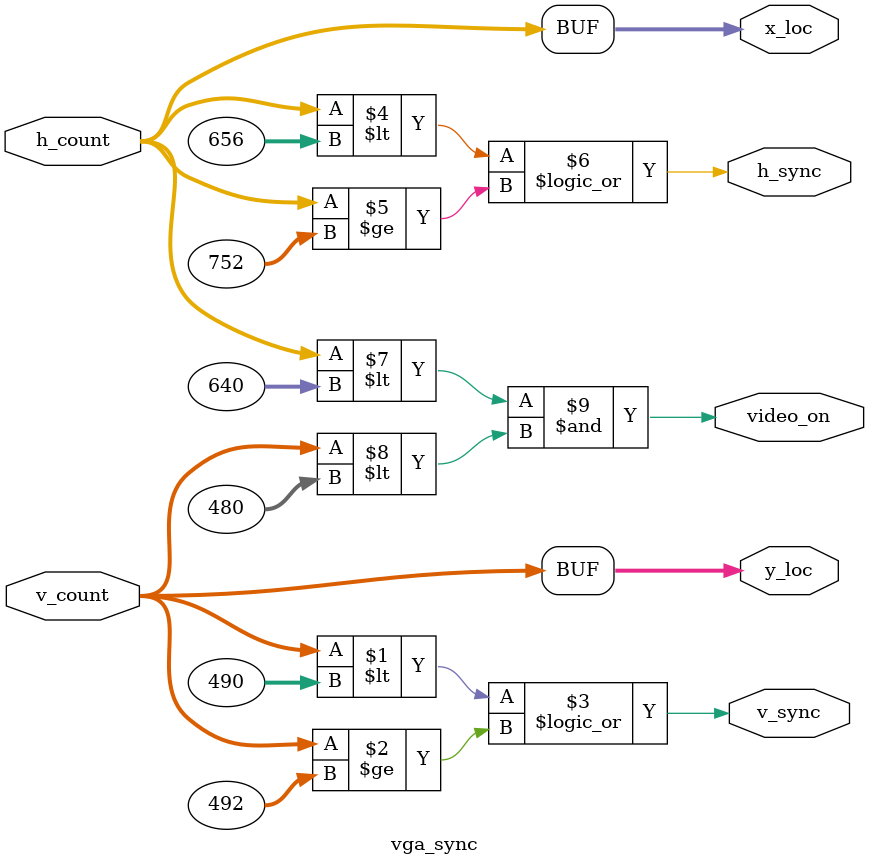
<source format=v>
`timescale 1ns / 1ps
module vga_sync(input [9:0]h_count, input [9:0]v_count, output h_sync, output v_sync, output video_on, output [9:0]x_loc, output [9:0]y_loc);
    //horizontal
    localparam HD = 640;
    localparam HF = 16; //RB
    localparam HB = 48; //LB
    localparam HR = 96;
   
    //vertical
    localparam VD = 480;
    localparam VF = 10; //TB
    localparam VB = 33; //BB
    localparam VR = 2;

    assign v_sync = (v_count < (VD + VF)) || (v_count >= (VD + VF + VR));
    assign h_sync = (h_count < (HD + HF)) || (h_count >= (HD+HF+HR));
    assign video_on = (h_count < HD) & (v_count < VD);
         
    assign y_loc = v_count;
    assign x_loc = h_count;
   

endmodule

</source>
